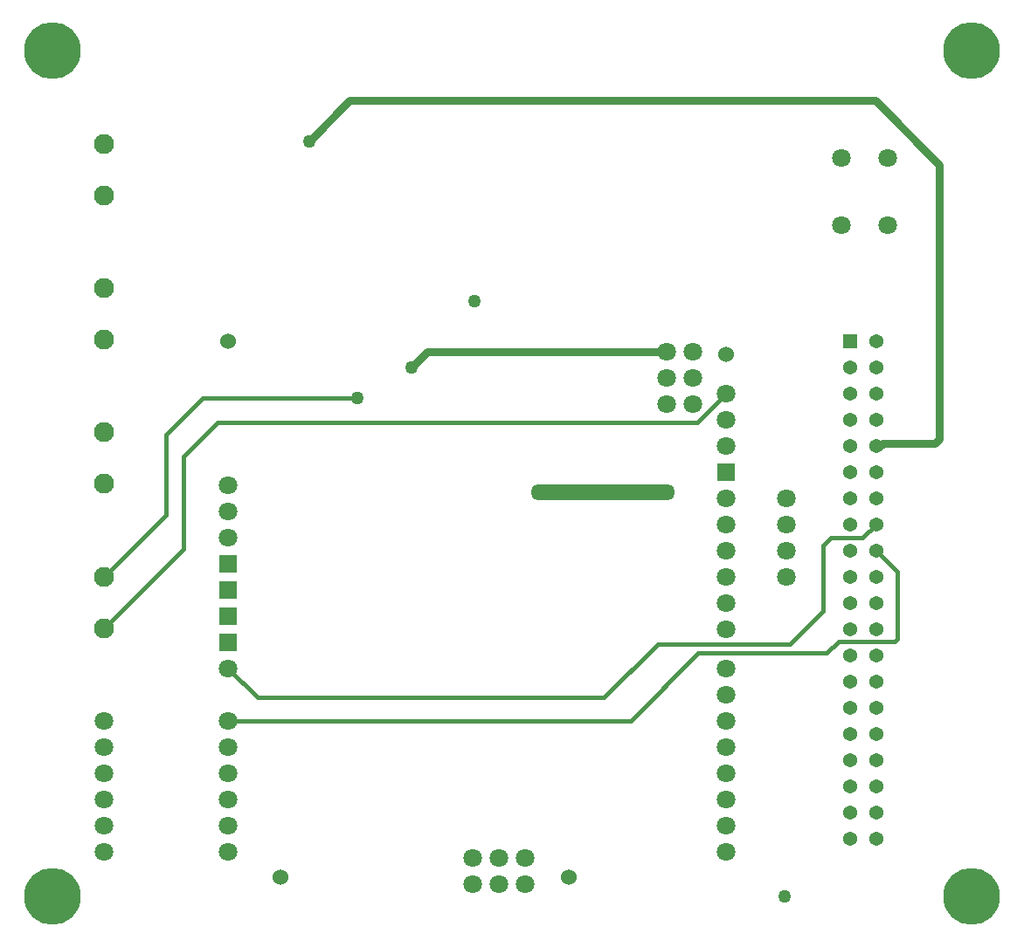
<source format=gbr>
%TF.GenerationSoftware,Altium Limited,Altium Designer,21.8.1 (53)*%
G04 Layer_Physical_Order=3*
G04 Layer_Color=16440176*
%FSLAX43Y43*%
%MOMM*%
%TF.SameCoordinates,E96829AD-C41B-4C4D-B55E-E99DFAFB1E42*%
%TF.FilePolarity,Positive*%
%TF.FileFunction,Copper,L3,Inr,Signal*%
%TF.Part,Single*%
G01*
G75*
%TA.AperFunction,Conductor*%
%ADD12C,0.400*%
%ADD13C,0.800*%
%TA.AperFunction,ComponentPad*%
%ADD14C,1.524*%
%ADD15C,1.800*%
%ADD16O,14.000X1.524*%
%ADD17R,1.800X1.800*%
%ADD18R,1.370X1.370*%
%ADD19C,1.370*%
%TA.AperFunction,ViaPad*%
%ADD20C,5.500*%
%TA.AperFunction,ComponentPad*%
%ADD21C,1.950*%
%TA.AperFunction,ViaPad*%
%ADD22C,1.270*%
D12*
X18542Y52324D02*
X33528D01*
X14986Y48768D02*
X18542Y52324D01*
X16637Y46609D02*
X19939Y49911D01*
X66416D01*
X69250Y52745D01*
X66548Y27559D02*
X78994D01*
X62611Y28448D02*
X75438D01*
X57404Y23241D02*
X62611Y28448D01*
X75438D02*
X78613Y31623D01*
X59984Y20995D02*
X66548Y27559D01*
X16637Y37632D02*
Y46609D01*
X9000Y29995D02*
X16637Y37632D01*
X14986Y40981D02*
Y48768D01*
X9000Y34995D02*
X14986Y40981D01*
X78994Y27559D02*
X80137Y28702D01*
X79375Y38735D02*
X82480D01*
X83790Y40045D01*
X78613Y37973D02*
X79375Y38735D01*
X78613Y31623D02*
Y37973D01*
X23834Y23241D02*
X57404D01*
X21000Y26075D02*
X23834Y23241D01*
X85618Y28702D02*
X85852Y28936D01*
X80137Y28702D02*
X85618D01*
X85852Y28936D02*
Y35443D01*
X83790Y37505D02*
X85852Y35443D01*
X21000Y20995D02*
X59984D01*
D13*
X89916Y48348D02*
Y74930D01*
X83790Y47665D02*
X83899Y47774D01*
X89447Y47879D02*
X89916Y48348D01*
X84302Y47774D02*
X84407Y47879D01*
X89447D01*
X83899Y47774D02*
X84302D01*
X83693Y81153D02*
X89916Y74930D01*
X32766Y81153D02*
X83693D01*
X28829Y77216D02*
X32766Y81153D01*
X38735Y55245D02*
X40285Y56795D01*
X63460D01*
D14*
X54020Y5795D02*
D03*
X26080D02*
D03*
X69260Y56555D02*
D03*
X21000Y57825D02*
D03*
D15*
X44710Y5195D02*
D03*
Y7735D02*
D03*
X47250D02*
D03*
X49790D02*
D03*
Y5195D02*
D03*
X69250Y8295D02*
D03*
Y10835D02*
D03*
Y13375D02*
D03*
Y15915D02*
D03*
Y18455D02*
D03*
Y20995D02*
D03*
Y23535D02*
D03*
Y26075D02*
D03*
X63460Y56795D02*
D03*
X66000D02*
D03*
X63460Y54255D02*
D03*
X66000D02*
D03*
Y51715D02*
D03*
X63460D02*
D03*
X21000Y8295D02*
D03*
Y43855D02*
D03*
Y41315D02*
D03*
Y38775D02*
D03*
Y26075D02*
D03*
Y20995D02*
D03*
Y18455D02*
D03*
Y15915D02*
D03*
Y13375D02*
D03*
Y10835D02*
D03*
X69250Y52745D02*
D03*
Y50205D02*
D03*
Y47665D02*
D03*
Y42585D02*
D03*
Y40045D02*
D03*
Y37505D02*
D03*
Y34965D02*
D03*
Y32425D02*
D03*
Y29885D02*
D03*
X47250Y5195D02*
D03*
X80435Y69088D02*
D03*
Y75588D02*
D03*
X84935Y69088D02*
D03*
Y75588D02*
D03*
X9000Y20995D02*
D03*
Y18455D02*
D03*
Y15915D02*
D03*
Y13375D02*
D03*
Y10835D02*
D03*
Y8295D02*
D03*
X75050Y34965D02*
D03*
Y37505D02*
D03*
Y40045D02*
D03*
Y42585D02*
D03*
D16*
X57290Y43195D02*
D03*
D17*
X21000Y36235D02*
D03*
Y31155D02*
D03*
Y28615D02*
D03*
Y33695D02*
D03*
X69250Y45125D02*
D03*
D18*
X81250Y57825D02*
D03*
D19*
X83790D02*
D03*
X81250Y55285D02*
D03*
X83790D02*
D03*
X81250Y52745D02*
D03*
X83790D02*
D03*
X81250Y50205D02*
D03*
X83790D02*
D03*
X81250Y47665D02*
D03*
X83790D02*
D03*
X81250Y45125D02*
D03*
X83790D02*
D03*
X81250Y42585D02*
D03*
X83790D02*
D03*
X81250Y40045D02*
D03*
X83790D02*
D03*
X81250Y37505D02*
D03*
X83790D02*
D03*
X81250Y34965D02*
D03*
X83790D02*
D03*
X81250Y32425D02*
D03*
X83790D02*
D03*
X81250Y29885D02*
D03*
X83790D02*
D03*
X81250Y27345D02*
D03*
X83790D02*
D03*
X81250Y24805D02*
D03*
X83790D02*
D03*
X81250Y22265D02*
D03*
X83790D02*
D03*
X81250Y19725D02*
D03*
X83790D02*
D03*
X81250Y17185D02*
D03*
X83790D02*
D03*
X81250Y14645D02*
D03*
X83790D02*
D03*
X81250Y12105D02*
D03*
X83790D02*
D03*
X81250Y9565D02*
D03*
X83790D02*
D03*
D20*
X4000Y86000D02*
D03*
X93000D02*
D03*
Y4000D02*
D03*
X4000D02*
D03*
D21*
X9000Y57995D02*
D03*
Y62995D02*
D03*
Y71995D02*
D03*
Y76995D02*
D03*
Y43995D02*
D03*
Y48995D02*
D03*
Y29995D02*
D03*
Y34995D02*
D03*
D22*
X28829Y77216D02*
D03*
X44831Y61722D02*
D03*
X38735Y55245D02*
D03*
X33528Y52324D02*
D03*
X74930Y4010D02*
D03*
%TF.MD5,57355b4e16f8a5b9b0aaa2a4fd51c440*%
M02*

</source>
